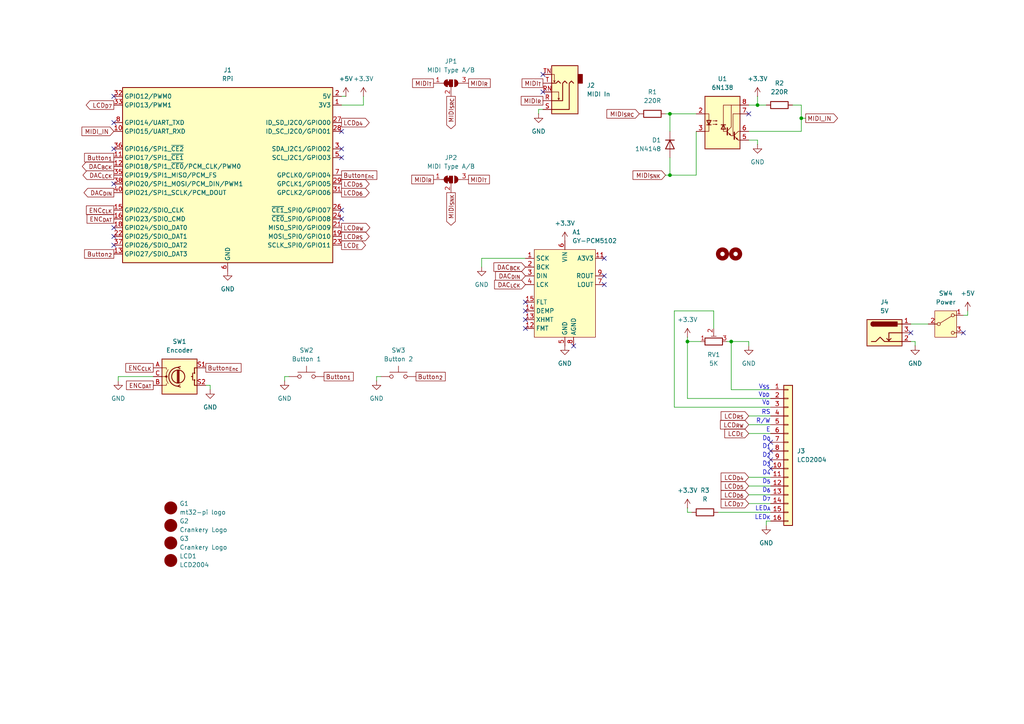
<source format=kicad_sch>
(kicad_sch (version 20250114) (generator "eeschema") (generator_version "9.0")
  (paper "A4")
  (lib_symbols
    (symbol "0:CrankeryLogo"
      (property "Reference" "G" (at 0 5.08 0))
      (property "Value" "Crankery Logo" (at 0 3.81 0))
      (symbol "CrankeryLogo_1_1"
        (circle (center 0 0) (radius 1.7961) (fill (type outline)))
      )
    )
    (symbol "0:GY-PCM5102"
      (property "Reference" "A" (at 8.89 5.08 0))
      (property "Value" "GY-PCM5102" (at 8.89 2.54 0))
      (symbol "GY-PCM5102_1_1"
        (rectangle (start -8.89 0) (end 8.89 -25.4) (fill (type background)))
        (pin input line (at -11.43 -2.54 0) (length 2.54) (name "SCK") (number "1"))
        (pin input line (at -11.43 -5.08 0) (length 2.54) (name "BCK") (number "2"))
        (pin input line (at -11.43 -7.62 0) (length 2.54) (name "DIN") (number "3"))
        (pin input line (at -11.43 -10.16 0) (length 2.54) (name "LCK") (number "4"))
        (pin input line (at -11.43 -15.24 0) (length 2.54) (name "FLT") (number "15"))
        (pin input line (at -11.43 -17.78 0) (length 2.54) (name "DEMP") (number "14"))
        (pin input line (at -11.43 -20.32 0) (length 2.54) (name "XHMT") (number "13"))
        (pin input line (at -11.43 -22.86 0) (length 2.54) (name "FMT") (number "12"))
        (pin power_in line (at 0 2.54 270) (length 2.54) (name "VIN") (number "6"))
        (pin power_in line (at 0 -27.94 90) (length 2.54) (name "GND") (number "5"))
        (pin power_out line (at 2.54 -27.94 90) (length 2.54) (hide yes) (name "AGND") (number "10"))
        (pin power_out line (at 2.54 -27.94 90) (length 2.54) (name "AGND") (number "8"))
        (pin power_out line (at 11.43 -2.54 180) (length 2.54) (name "A3V3") (number "11"))
        (pin output line (at 11.43 -7.62 180) (length 2.54) (name "ROUT") (number "9"))
        (pin output line (at 11.43 -10.16 180) (length 2.54) (name "LOUT") (number "7"))
      )
    )
    (symbol "0:LCD2004"
      (property "Reference" "LCD" (at 0 6.35 0))
      (property "Value" "LCD2004" (at 0 3.81 0))
      (symbol "LCD2004_1_1"
        (circle (center 0 0) (radius 1.7961) (fill (type outline)))
      )
    )
    (symbol "0:MT32-pi_Logo"
      (property "Reference" "G" (at 0 5.08 0))
      (property "Value" "mt32-pi logo" (at 0 3.81 0))
      (symbol "MT32-pi_Logo_1_1"
        (circle (center 0 0) (radius 1.7961) (fill (type outline)))
      )
    )
    (symbol "Connector:Barrel_Jack_Switch" (pin_names (hide yes))
      (property "Reference" "J" (at 0 5.334 0))
      (property "Value" "Barrel_Jack_Switch" (at 0 -5.08 0))
      (symbol "Barrel_Jack_Switch_0_1"
        (rectangle (start -5.08 3.81) (end 5.08 -3.81) (stroke (width 0.254)) (fill (type background)))
        (polyline (pts (xy -3.81 -2.54) (xy -2.54 -2.54) (xy -1.27 -1.27) (xy 0 -2.54) (xy 2.54 -2.54) (xy 5.08 -2.54)) (stroke (width 0.254)))
        (arc (start -3.302 1.905) (mid -3.9343 2.54) (end -3.302 3.175) (stroke (width 0.254)))
        (arc (start -3.302 1.905) (mid -3.9343 2.54) (end -3.302 3.175) (stroke (width 0.254)) (fill (type outline)))
        (polyline (pts (xy 1.27 -2.286) (xy 1.905 -1.651)) (stroke (width 0.254)))
        (rectangle (start 3.683 3.175) (end -3.302 1.905) (stroke (width 0.254)) (fill (type outline)))
        (polyline (pts (xy 5.08 2.54) (xy 3.81 2.54)) (stroke (width 0.254)))
        (polyline (pts (xy 5.08 0) (xy 1.27 0) (xy 1.27 -2.286) (xy 0.635 -1.651)) (stroke (width 0.254)))
      )
      (symbol "Barrel_Jack_Switch_1_1"
        (pin passive line (at 7.62 2.54 180) (length 2.54) (name "~") (number "1"))
        (pin passive line (at 7.62 0 180) (length 2.54) (name "~") (number "3"))
        (pin passive line (at 7.62 -2.54 180) (length 2.54) (name "~") (number "2"))
      )
    )
    (symbol "Connector:Raspberry_Pi_4"
      (property "Reference" "J" (at -17.526 48.768 0))
      (property "Value" "Raspberry_Pi_4" (at 15.748 -26.416 0))
      (symbol "Raspberry_Pi_4_0_1"
        (rectangle (start -30.48 25.4) (end 30.48 -25.4) (stroke (width 0.254)) (fill (type background)))
      )
      (symbol "Raspberry_Pi_4_1_1"
        (pin bidirectional line (at -33.02 22.86 0) (length 2.54) (name "GPIO12/PWM0") (number "32"))
        (pin bidirectional line (at -33.02 20.32 0) (length 2.54) (name "GPIO13/PWM1") (number "33"))
        (pin bidirectional line (at -33.02 15.24 0) (length 2.54) (name "GPIO14/UART_TXD") (number "8"))
        (pin bidirectional line (at -33.02 12.7 0) (length 2.54) (name "GPIO15/UART_RXD") (number "10"))
        (pin bidirectional line (at -33.02 7.62 0) (length 2.54) (name "GPIO16/SPI1_~{CE2}") (number "36"))
        (pin bidirectional line (at -33.02 5.08 0) (length 2.54) (name "GPIO17/SPI1_~{CE1}") (number "11"))
        (pin bidirectional line (at -33.02 2.54 0) (length 2.54) (name "GPIO18/SPI1_~{CE0}/PCM_CLK/PWM0") (number "12"))
        (pin bidirectional line (at -33.02 0 0) (length 2.54) (name "GPIO19/SPI1_MISO/PCM_FS") (number "35"))
        (pin bidirectional line (at -33.02 -2.54 0) (length 2.54) (name "GPIO20/SPI1_MOSI/PCM_DIN/PWM1") (number "38"))
        (pin bidirectional line (at -33.02 -5.08 0) (length 2.54) (name "GPIO21/SPI1_SCLK/PCM_DOUT") (number "40"))
        (pin bidirectional line (at -33.02 -10.16 0) (length 2.54) (name "GPIO22/SDIO_CLK") (number "15"))
        (pin bidirectional line (at -33.02 -12.7 0) (length 2.54) (name "GPIO23/SDIO_CMD") (number "16"))
        (pin bidirectional line (at -33.02 -15.24 0) (length 2.54) (name "GPIO24/SDIO_DAT0") (number "18"))
        (pin bidirectional line (at -33.02 -17.78 0) (length 2.54) (name "GPIO25/SDIO_DAT1") (number "22"))
        (pin bidirectional line (at -33.02 -20.32 0) (length 2.54) (name "GPIO26/SDIO_DAT2") (number "37"))
        (pin bidirectional line (at -33.02 -22.86 0) (length 2.54) (name "GPIO27/SDIO_DAT3") (number "13"))
        (pin passive line (at 0 -27.94 90) (length 2.54) (hide yes) (name "GND") (number "14"))
        (pin passive line (at 0 -27.94 90) (length 2.54) (hide yes) (name "GND") (number "20"))
        (pin passive line (at 0 -27.94 90) (length 2.54) (hide yes) (name "GND") (number "25"))
        (pin passive line (at 0 -27.94 90) (length 2.54) (hide yes) (name "GND") (number "30"))
        (pin passive line (at 0 -27.94 90) (length 2.54) (hide yes) (name "GND") (number "34"))
        (pin passive line (at 0 -27.94 90) (length 2.54) (hide yes) (name "GND") (number "39"))
        (pin power_out line (at 0 -27.94 90) (length 2.54) (name "GND") (number "6"))
        (pin passive line (at 0 -27.94 90) (length 2.54) (hide yes) (name "GND") (number "9"))
        (pin power_out line (at 33.02 22.86 180) (length 2.54) (name "5V") (number "2"))
        (pin passive line (at 33.02 22.86 180) (length 2.54) (hide yes) (name "5V") (number "4"))
        (pin power_out line (at 33.02 20.32 180) (length 2.54) (name "3V3") (number "1"))
        (pin passive line (at 33.02 20.32 180) (length 2.54) (hide yes) (name "3V3") (number "17"))
        (pin bidirectional line (at 33.02 15.24 180) (length 2.54) (name "ID_SD_I2C0/GPIO00") (number "27"))
        (pin bidirectional line (at 33.02 12.7 180) (length 2.54) (name "ID_SC_I2C0/GPIO01") (number "28"))
        (pin bidirectional line (at 33.02 7.62 180) (length 2.54) (name "SDA_I2C1/GPIO02") (number "3"))
        (pin bidirectional line (at 33.02 5.08 180) (length 2.54) (name "SCL_I2C1/GPIO03") (number "5"))
        (pin bidirectional line (at 33.02 0 180) (length 2.54) (name "GPCLK0/GPIO04") (number "7"))
        (pin bidirectional line (at 33.02 -2.54 180) (length 2.54) (name "GPCLK1/GPIO05") (number "29"))
        (pin bidirectional line (at 33.02 -5.08 180) (length 2.54) (name "GPCLK2/GPIO06") (number "31"))
        (pin bidirectional line (at 33.02 -10.16 180) (length 2.54) (name "~{CE1}_SPI0/GPIO07") (number "26"))
        (pin bidirectional line (at 33.02 -12.7 180) (length 2.54) (name "~{CE0}_SPI0/GPIO08") (number "24"))
        (pin bidirectional line (at 33.02 -15.24 180) (length 2.54) (name "MISO_SPI0/GPIO09") (number "21"))
        (pin bidirectional line (at 33.02 -17.78 180) (length 2.54) (name "MOSI_SPI0/GPIO10") (number "19"))
        (pin bidirectional line (at 33.02 -20.32 180) (length 2.54) (name "SCLK_SPI0/GPIO11") (number "23"))
      )
    )
    (symbol "Connector_Audio:AudioJack3_SwitchTR"
      (property "Reference" "J" (at 0 8.89 0))
      (property "Value" "AudioJack3_SwitchTR" (at 0 6.35 0))
      (symbol "AudioJack3_SwitchTR_0_1"
        (rectangle (start -5.08 -5.08) (end -6.35 -7.62) (stroke (width 0.254)) (fill (type outline)))
        (polyline (pts (xy -1.905 -5.08) (xy -1.27 -5.715) (xy -0.635 -5.08) (xy -0.635 0) (xy 2.54 0)) (stroke (width 0.254)))
        (polyline (pts (xy 0 -5.08) (xy 0.635 -5.715) (xy 1.27 -5.08) (xy 2.54 -5.08)) (stroke (width 0.254)))
        (polyline (pts (xy 0.508 -0.254) (xy 0.762 -0.762)))
        (polyline (pts (xy 1.778 -5.334) (xy 2.032 -5.842)))
        (rectangle (start 2.54 3.81) (end -5.08 -10.16) (stroke (width 0.254)) (fill (type background)))
        (polyline (pts (xy 2.54 2.54) (xy -2.54 2.54) (xy -2.54 -5.08) (xy -3.175 -5.715) (xy -3.81 -5.08)) (stroke (width 0.254)))
        (polyline (pts (xy 2.54 -2.54) (xy 0.508 -2.54) (xy 0.508 -0.254) (xy 0.254 -0.762)))
        (polyline (pts (xy 2.54 -7.62) (xy 1.778 -7.62) (xy 1.778 -5.334) (xy 1.524 -5.842)))
      )
      (symbol "AudioJack3_SwitchTR_1_1"
        (pin passive line (at 5.08 2.54 180) (length 2.54) (name "~") (number "S"))
        (pin passive line (at 5.08 0 180) (length 2.54) (name "~") (number "R"))
        (pin passive line (at 5.08 -2.54 180) (length 2.54) (name "~") (number "RN"))
        (pin passive line (at 5.08 -5.08 180) (length 2.54) (name "~") (number "T"))
        (pin passive line (at 5.08 -7.62 180) (length 2.54) (name "~") (number "TN"))
      )
    )
    (symbol "Connector_Generic:Conn_01x16" (pin_names (offset 1.016) (hide yes))
      (property "Reference" "J" (at 0 20.32 0))
      (property "Value" "Conn_01x16" (at 0 -22.86 0))
      (symbol "Conn_01x16_1_1"
        (rectangle (start -1.27 19.05) (end 1.27 -21.59) (stroke (width 0.254)) (fill (type background)))
        (rectangle (start -1.27 17.907) (end 0 17.653) (stroke (width 0.1524)))
        (rectangle (start -1.27 15.367) (end 0 15.113) (stroke (width 0.1524)))
        (rectangle (start -1.27 12.827) (end 0 12.573) (stroke (width 0.1524)))
        (rectangle (start -1.27 10.287) (end 0 10.033) (stroke (width 0.1524)))
        (rectangle (start -1.27 7.747) (end 0 7.493) (stroke (width 0.1524)))
        (rectangle (start -1.27 5.207) (end 0 4.953) (stroke (width 0.1524)))
        (rectangle (start -1.27 2.667) (end 0 2.413) (stroke (width 0.1524)))
        (rectangle (start -1.27 0.127) (end 0 -0.127) (stroke (width 0.1524)))
        (rectangle (start -1.27 -2.413) (end 0 -2.667) (stroke (width 0.1524)))
        (rectangle (start -1.27 -4.953) (end 0 -5.207) (stroke (width 0.1524)))
        (rectangle (start -1.27 -7.493) (end 0 -7.747) (stroke (width 0.1524)))
        (rectangle (start -1.27 -10.033) (end 0 -10.287) (stroke (width 0.1524)))
        (rectangle (start -1.27 -12.573) (end 0 -12.827) (stroke (width 0.1524)))
        (rectangle (start -1.27 -15.113) (end 0 -15.367) (stroke (width 0.1524)))
        (rectangle (start -1.27 -17.653) (end 0 -17.907) (stroke (width 0.1524)))
        (rectangle (start -1.27 -20.193) (end 0 -20.447) (stroke (width 0.1524)))
        (pin passive line (at -5.08 17.78 0) (length 3.81) (name "Pin_1") (number "1"))
        (pin passive line (at -5.08 15.24 0) (length 3.81) (name "Pin_2") (number "2"))
        (pin passive line (at -5.08 12.7 0) (length 3.81) (name "Pin_3") (number "3"))
        (pin passive line (at -5.08 10.16 0) (length 3.81) (name "Pin_4") (number "4"))
        (pin passive line (at -5.08 7.62 0) (length 3.81) (name "Pin_5") (number "5"))
        (pin passive line (at -5.08 5.08 0) (length 3.81) (name "Pin_6") (number "6"))
        (pin passive line (at -5.08 2.54 0) (length 3.81) (name "Pin_7") (number "7"))
        (pin passive line (at -5.08 0 0) (length 3.81) (name "Pin_8") (number "8"))
        (pin passive line (at -5.08 -2.54 0) (length 3.81) (name "Pin_9") (number "9"))
        (pin passive line (at -5.08 -5.08 0) (length 3.81) (name "Pin_10") (number "10"))
        (pin passive line (at -5.08 -7.62 0) (length 3.81) (name "Pin_11") (number "11"))
        (pin passive line (at -5.08 -10.16 0) (length 3.81) (name "Pin_12") (number "12"))
        (pin passive line (at -5.08 -12.7 0) (length 3.81) (name "Pin_13") (number "13"))
        (pin passive line (at -5.08 -15.24 0) (length 3.81) (name "Pin_14") (number "14"))
        (pin passive line (at -5.08 -17.78 0) (length 3.81) (name "Pin_15") (number "15"))
        (pin passive line (at -5.08 -20.32 0) (length 3.81) (name "Pin_16") (number "16"))
      )
    )
    (symbol "Device:R" (pin_numbers (hide yes)) (pin_names (offset 0))
      (property "Reference" "R" (at 2.032 0 90))
      (property "Value" "R" (at 0 0 90))
      (symbol "R_0_1"
        (rectangle (start -1.016 -2.54) (end 1.016 2.54) (stroke (width 0.254)))
      )
      (symbol "R_1_1"
        (pin passive line (at 0 3.81 270) (length 1.27) (name "~") (number "1"))
        (pin passive line (at 0 -3.81 90) (length 1.27) (name "~") (number "2"))
      )
    )
    (symbol "Device:R_Potentiometer_Trim" (pin_names (offset 1.016) (hide yes))
      (property "Reference" "RV" (at -4.445 0 90))
      (property "Value" "R_Potentiometer_Trim" (at -2.54 0 90))
      (symbol "R_Potentiometer_Trim_0_1"
        (rectangle (start 1.016 2.54) (end -1.016 -2.54) (stroke (width 0.254)))
        (polyline (pts (xy 1.524 0.762) (xy 1.524 -0.762)))
        (polyline (pts (xy 2.54 0) (xy 1.524 0)))
      )
      (symbol "R_Potentiometer_Trim_1_1"
        (pin passive line (at 0 3.81 270) (length 1.27) (name "1") (number "1"))
        (pin passive line (at 0 -3.81 90) (length 1.27) (name "3") (number "3"))
        (pin passive line (at 3.81 0 180) (length 1.27) (name "2") (number "2"))
      )
    )
    (symbol "Device:RotaryEncoder_Switch" (pin_names (offset 0.254) (hide yes))
      (property "Reference" "SW" (at 0 6.604 0))
      (property "Value" "RotaryEncoder_Switch" (at 0 -6.604 0))
      (symbol "RotaryEncoder_Switch_0_1"
        (rectangle (start -5.08 5.08) (end 5.08 -5.08) (stroke (width 0.254)) (fill (type background)))
        (polyline (pts (xy -5.08 2.54) (xy -3.81 2.54) (xy -3.81 2.032)))
        (polyline (pts (xy -5.08 0) (xy -3.81 0) (xy -3.81 -1.016) (xy -3.302 -2.032)))
        (polyline (pts (xy -5.08 -2.54) (xy -3.81 -2.54) (xy -3.81 -2.032)))
        (polyline (pts (xy -4.318 0) (xy -3.81 0) (xy -3.81 1.016) (xy -3.302 2.032)))
        (circle (center -3.81 0) (radius 0.254) (fill (type outline)))
        (polyline (pts (xy -0.635 -1.778) (xy -0.635 1.778)) (stroke (width 0.254)))
        (circle (center -0.381 0) (radius 1.905) (stroke (width 0.254)))
        (polyline (pts (xy -0.381 -1.778) (xy -0.381 1.778)) (stroke (width 0.254)))
        (arc (start -0.381 -2.794) (mid -3.0988 -0.0635) (end -0.381 2.667) (stroke (width 0.254)))
        (polyline (pts (xy -0.127 1.778) (xy -0.127 -1.778)) (stroke (width 0.254)))
        (polyline (pts (xy 0.254 2.921) (xy -0.508 2.667) (xy 0.127 2.286)) (stroke (width 0.254)))
        (polyline (pts (xy 0.254 -3.048) (xy -0.508 -2.794) (xy 0.127 -2.413)) (stroke (width 0.254)))
        (polyline (pts (xy 3.81 1.016) (xy 3.81 -1.016)) (stroke (width 0.254)))
        (polyline (pts (xy 3.81 0) (xy 3.429 0)) (stroke (width 0.254)))
        (circle (center 4.318 1.016) (radius 0.127) (stroke (width 0.254)))
        (circle (center 4.318 -1.016) (radius 0.127) (stroke (width 0.254)))
        (polyline (pts (xy 5.08 2.54) (xy 4.318 2.54) (xy 4.318 1.016)) (stroke (width 0.254)))
        (polyline (pts (xy 5.08 -2.54) (xy 4.318 -2.54) (xy 4.318 -1.016)) (stroke (width 0.254)))
      )
      (symbol "RotaryEncoder_Switch_1_1"
        (pin passive line (at -7.62 2.54 0) (length 2.54) (name "A") (number "A"))
        (pin passive line (at -7.62 0 0) (length 2.54) (name "C") (number "C"))
        (pin passive line (at -7.62 -2.54 0) (length 2.54) (name "B") (number "B"))
        (pin passive line (at 7.62 2.54 180) (length 2.54) (name "S1") (number "S1"))
        (pin passive line (at 7.62 -2.54 180) (length 2.54) (name "S2") (number "S2"))
      )
    )
    (symbol "Diode:1N4148" (pin_numbers (hide yes)) (pin_names (hide yes))
      (property "Reference" "D" (at 0 2.54 0))
      (property "Value" "1N4148" (at 0 -2.54 0))
      (symbol "1N4148_0_1"
        (polyline (pts (xy -1.27 1.27) (xy -1.27 -1.27)) (stroke (width 0.254)))
        (polyline (pts (xy 1.27 1.27) (xy 1.27 -1.27) (xy -1.27 0) (xy 1.27 1.27)) (stroke (width 0.254)))
        (polyline (pts (xy 1.27 0) (xy -1.27 0)))
      )
      (symbol "1N4148_1_1"
        (pin passive line (at -3.81 0 0) (length 2.54) (name "K") (number "1"))
        (pin passive line (at 3.81 0 180) (length 2.54) (name "A") (number "2"))
      )
    )
    (symbol "Isolator:6N138" (pin_names (offset 1.016) (hide yes))
      (property "Reference" "U" (at -4.064 8.89 0))
      (property "Value" "6N138" (at 2.286 8.89 0))
      (symbol "6N138_0_1"
        (rectangle (start -5.08 7.62) (end 5.08 -7.62) (stroke (width 0.254)) (fill (type background)))
        (polyline (pts (xy -5.08 -2.54) (xy -3.937 -2.54) (xy -3.937 2.54) (xy -5.08 2.54)))
        (polyline (pts (xy -4.572 -0.635) (xy -3.302 -0.635)) (stroke (width 0.254)))
        (polyline (pts (xy -3.937 -0.635) (xy -4.572 0.635) (xy -3.302 0.635) (xy -3.937 -0.635)) (stroke (width 0.254)))
        (polyline (pts (xy -2.794 0.508) (xy -1.524 0.508) (xy -1.905 0.381) (xy -1.905 0.635) (xy -1.524 0.508)))
        (polyline (pts (xy -2.794 -0.508) (xy -1.524 -0.508) (xy -1.905 -0.635) (xy -1.905 -0.381) (xy -1.524 -0.508)))
        (polyline (pts (xy 0.254 -0.635) (xy 0.889 -1.905) (xy -0.381 -1.905) (xy 0.254 -0.635)) (stroke (width 0.254)))
        (polyline (pts (xy 0.889 -0.635) (xy -0.381 -0.635)) (stroke (width 0.254)))
        (polyline (pts (xy 1.27 -2.54) (xy 0.254 -2.54) (xy 0.254 5.08) (xy 2.54 5.08)))
        (polyline (pts (xy 1.397 -1.524) (xy 1.397 -3.556)) (stroke (width 0.3556)))
        (polyline (pts (xy 1.397 -2.413) (xy 2.54 -1.27)))
        (polyline (pts (xy 1.397 -2.667) (xy 2.54 -3.81)))
        (polyline (pts (xy 2.413 -3.683) (xy 2.159 -3.175) (xy 1.905 -3.429) (xy 2.413 -3.683)))
        (polyline (pts (xy 2.54 -1.27) (xy 2.54 5.08) (xy 5.08 5.08)))
        (polyline (pts (xy 2.54 -3.81) (xy 3.175 -3.81)))
        (polyline (pts (xy 3.429 -2.794) (xy 3.429 -4.826)) (stroke (width 0.3556)))
        (polyline (pts (xy 3.429 -3.683) (xy 4.572 -2.54)))
        (polyline (pts (xy 3.429 -3.937) (xy 4.572 -5.08)))
        (polyline (pts (xy 4.445 -4.953) (xy 4.191 -4.445) (xy 3.937 -4.699) (xy 4.445 -4.953)))
        (polyline (pts (xy 4.572 -2.54) (xy 5.08 -2.54)))
        (polyline (pts (xy 4.572 -5.08) (xy 5.08 -5.08)))
        (polyline (pts (xy 5.08 2.54) (xy 3.048 2.54) (xy 3.048 -3.81)))
      )
      (symbol "6N138_1_1"
        (pin passive line (at -7.62 2.54 0) (length 2.54) (name "C1") (number "2"))
        (pin passive line (at -7.62 -2.54 0) (length 2.54) (name "C2") (number "3"))
        (pin no_connect line (at -5.08 5.08 0) (length 2.54) (hide yes) (name "NC") (number "1"))
        (pin no_connect line (at -5.08 -5.08 0) (length 2.54) (hide yes) (name "NC") (number "4"))
        (pin passive line (at 7.62 5.08 180) (length 2.54) (name "VCC") (number "8"))
        (pin passive line (at 7.62 2.54 180) (length 2.54) (name "VO1") (number "7"))
        (pin passive line (at 7.62 -2.54 180) (length 2.54) (name "VO2") (number "6"))
        (pin passive line (at 7.62 -5.08 180) (length 2.54) (name "GND") (number "5"))
      )
    )
    (symbol "Jumper:SolderJumper_3_Bridged12" (pin_names (offset 0) (hide yes)) (in_bom no)
      (property "Reference" "JP" (at -2.54 -2.54 0))
      (property "Value" "SolderJumper_3_Bridged12" (at 0 2.794 0))
      (symbol "SolderJumper_3_Bridged12_0_1"
        (polyline (pts (xy -2.54 0) (xy -2.032 0)))
        (polyline (pts (xy -1.016 1.016) (xy -1.016 -1.016)))
        (rectangle (start -1.016 0.508) (end -0.508 -0.508) (fill (type outline)))
        (arc (start -1.016 -1.016) (mid -2.0276 0) (end -1.016 1.016))
        (arc (start -1.016 -1.016) (mid -2.0276 0) (end -1.016 1.016) (fill (type outline)))
        (rectangle (start -0.508 1.016) (end 0.508 -1.016) (fill (type outline)))
        (polyline (pts (xy 0 -1.27) (xy 0 -1.016)))
        (arc (start 1.016 1.016) (mid 2.0276 0) (end 1.016 -1.016))
        (arc (start 1.016 1.016) (mid 2.0276 0) (end 1.016 -1.016) (fill (type outline)))
        (polyline (pts (xy 1.016 1.016) (xy 1.016 -1.016)))
        (polyline (pts (xy 2.54 0) (xy 2.032 0)))
      )
      (symbol "SolderJumper_3_Bridged12_1_1"
        (pin passive line (at -5.08 0 0) (length 2.54) (name "A") (number "1"))
        (pin passive line (at 0 -3.81 90) (length 2.54) (name "C") (number "2"))
        (pin passive line (at 5.08 0 180) (length 2.54) (name "B") (number "3"))
      )
    )
    (symbol "Mechanical:MountingHole" (pin_names (offset 1.016)) (in_bom no)
      (property "Reference" "H" (at 0 5.08 0))
      (property "Value" "MountingHole" (at 0 3.175 0))
      (symbol "MountingHole_0_1"
        (circle (center 0 0) (radius 1.27) (stroke (width 1.27)))
      )
    )
    (symbol "Switch:SW_Push" (pin_numbers (hide yes)) (pin_names (offset 1.016) (hide yes))
      (property "Reference" "SW" (at 1.27 2.54 0))
      (property "Value" "SW_Push" (at 0 -1.524 0))
      (symbol "SW_Push_0_1"
        (circle (center -2.032 0) (radius 0.508))
        (polyline (pts (xy 0 1.27) (xy 0 3.048)))
        (circle (center 2.032 0) (radius 0.508))
        (polyline (pts (xy 2.54 1.27) (xy -2.54 1.27)))
        (pin passive line (at -5.08 0 0) (length 2.54) (name "1") (number "1"))
        (pin passive line (at 5.08 0 180) (length 2.54) (name "2") (number "2"))
      )
    )
    (symbol "Switch:SW_SPDT" (pin_names (offset 0) (hide yes))
      (property "Reference" "SW" (at 0 5.08 0))
      (property "Value" "SW_SPDT" (at 0 -5.08 0))
      (symbol "SW_SPDT_0_1"
        (circle (center -2.032 0) (radius 0.4572))
        (polyline (pts (xy -1.651 0.254) (xy 1.651 2.286)))
        (circle (center 2.032 2.54) (radius 0.4572))
        (circle (center 2.032 -2.54) (radius 0.4572))
      )
      (symbol "SW_SPDT_1_1"
        (rectangle (start -3.175 3.81) (end 3.175 -3.81) (fill (type background)))
        (pin passive line (at -5.08 0 0) (length 2.54) (name "B") (number "2"))
        (pin passive line (at 5.08 2.54 180) (length 2.54) (name "A") (number "1"))
        (pin passive line (at 5.08 -2.54 180) (length 2.54) (name "C") (number "3"))
      )
    )
    (symbol "power:+3.3V" (power) (pin_numbers (hide yes)) (pin_names (offset 0) (hide yes))
      (property "Value" "+3.3V" (at 0 3.556 0))
      (symbol "+3.3V_0_1"
        (polyline (pts (xy -0.762 1.27) (xy 0 2.54)))
        (polyline (pts (xy 0 2.54) (xy 0.762 1.27)))
        (polyline (pts (xy 0 0) (xy 0 2.54)))
      )
      (symbol "+3.3V_1_1"
        (pin power_in line (at 0 0 90) (length 0) (name "~") (number "1"))
      )
    )
    (symbol "power:+5V" (power) (pin_numbers (hide yes)) (pin_names (offset 0) (hide yes))
      (property "Value" "+5V" (at 0 3.556 0))
      (symbol "+5V_0_1"
        (polyline (pts (xy -0.762 1.27) (xy 0 2.54)))
        (polyline (pts (xy 0 2.54) (xy 0.762 1.27)))
        (polyline (pts (xy 0 0) (xy 0 2.54)))
      )
      (symbol "+5V_1_1"
        (pin power_in line (at 0 0 90) (length 0) (name "~") (number "1"))
      )
    )
    (symbol "power:GND" (power) (pin_numbers (hide yes)) (pin_names (offset 0) (hide yes))
      (property "Value" "GND" (at 0 -3.81 0))
      (symbol "GND_0_1"
        (polyline (pts (xy 0 0) (xy 0 -1.27) (xy 1.27 -1.27) (xy 0 -2.54) (xy -1.27 -1.27) (xy 0 -1.27)))
      )
      (symbol "GND_1_1"
        (pin power_in line (at 0 0 270) (length 0) (name "~") (number "1"))
      )
    )
  )
  (text "D_{7}" (at 223.52 144.78 0) (effects (font (size 1.27 1.27)) (justify right)))
  (text "LED_{A}" (at 223.52 147.574 0) (effects (font (size 1.27 1.27)) (justify right)))
  (text "D_{6}" (at 223.52 142.24 0) (effects (font (size 1.27 1.27)) (justify right)))
  (text "E" (at 223.52 124.714 0) (effects (font (size 1.27 1.27)) (justify right)))
  (text "D_{1}" (at 223.52 129.54 0) (effects (font (size 1.27 1.27)) (justify right)))
  (text "R/W" (at 223.52 122.174 0) (effects (font (size 1.27 1.27)) (justify right)))
  (text "RS" (at 223.52 119.634 0) (effects (font (size 1.27 1.27)) (justify right)))
  (text "LED_{K}" (at 223.52 150.114 0) (effects (font (size 1.27 1.27)) (justify right)))
  (text "V_{SS}" (at 223.266 112.268 0) (effects (font (size 1.27 1.27)) (justify right)))
  (text "V_{0}" (at 223.266 116.84 0) (effects (font (size 1.27 1.27)) (justify right)))
  (text "D_{3}" (at 223.52 134.62 0) (effects (font (size 1.27 1.27)) (justify right)))
  (text "D_{2}" (at 223.52 132.08 0) (effects (font (size 1.27 1.27)) (justify right)))
  (text "D_{4}" (at 223.52 137.16 0) (effects (font (size 1.27 1.27)) (justify right)))
  (text "D_{5}" (at 223.52 139.7 0) (effects (font (size 1.27 1.27)) (justify right)))
  (text "D_{0}" (at 223.52 127.254 0) (effects (font (size 1.27 1.27)) (justify right)))
  (text "V_{DD}" (at 223.266 114.554 0) (effects (font (size 1.27 1.27)) (justify right)))
  (junction (at 232.41 34.29))
  (junction (at 199.39 99.06))
  (junction (at 212.09 99.06))
  (junction (at 194.31 50.8))
  (junction (at 194.31 33.02))
  (junction (at 219.71 30.48))
  (no_connect (at 33.02 35.56))
  (no_connect (at 99.06 45.72))
  (no_connect (at 175.26 82.55))
  (no_connect (at 175.26 80.01))
  (no_connect (at 152.4 95.25))
  (no_connect (at 99.06 43.18))
  (no_connect (at 33.02 43.18))
  (no_connect (at 223.52 133.35))
  (no_connect (at 33.02 71.12))
  (no_connect (at 217.17 33.02))
  (no_connect (at 99.06 38.1))
  (no_connect (at 152.4 90.17))
  (no_connect (at 33.02 53.34))
  (no_connect (at 152.4 87.63))
  (no_connect (at 157.48 26.67))
  (no_connect (at 223.52 128.27))
  (no_connect (at 223.52 130.81))
  (no_connect (at 33.02 66.04))
  (no_connect (at 279.4 96.52))
  (no_connect (at 99.06 63.5))
  (no_connect (at 166.37 100.33))
  (no_connect (at 99.06 60.96))
  (no_connect (at 175.26 74.93))
  (no_connect (at 223.52 135.89))
  (no_connect (at 33.02 27.94))
  (no_connect (at 152.4 92.71))
  (no_connect (at 33.02 68.58))
  (no_connect (at 264.16 96.52))
  (no_connect (at 157.48 21.59))
  (wire (pts (xy 217.17 125.73) (xy 223.52 125.73)))
  (wire (pts (xy 109.22 109.22) (xy 109.22 110.49)))
  (wire (pts (xy 193.04 33.02) (xy 194.31 33.02)))
  (wire (pts (xy 217.17 100.33) (xy 217.17 99.06)))
  (wire (pts (xy 207.01 90.17) (xy 195.58 90.17)))
  (wire (pts (xy 194.31 38.1) (xy 194.31 33.02)))
  (wire (pts (xy 217.17 38.1) (xy 232.41 38.1)))
  (wire (pts (xy 199.39 97.79) (xy 199.39 99.06)))
  (wire (pts (xy 193.04 50.8) (xy 194.31 50.8)))
  (wire (pts (xy 217.17 120.65) (xy 223.52 120.65)))
  (wire (pts (xy 219.71 40.64) (xy 217.17 40.64)))
  (wire (pts (xy 264.16 93.98) (xy 269.24 93.98)))
  (wire (pts (xy 105.41 27.94) (xy 105.41 30.48)))
  (wire (pts (xy 219.71 41.91) (xy 219.71 40.64)))
  (wire (pts (xy 199.39 147.32) (xy 199.39 148.59)))
  (wire (pts (xy 156.21 31.75) (xy 156.21 33.02)))
  (wire (pts (xy 210.82 99.06) (xy 212.09 99.06)))
  (wire (pts (xy 208.28 148.59) (xy 223.52 148.59)))
  (wire (pts (xy 34.29 109.22) (xy 34.29 110.49)))
  (wire (pts (xy 217.17 123.19) (xy 223.52 123.19)))
  (wire (pts (xy 152.4 74.93) (xy 139.7 74.93)))
  (wire (pts (xy 217.17 143.51) (xy 223.52 143.51)))
  (wire (pts (xy 212.09 113.03) (xy 223.52 113.03)))
  (wire (pts (xy 60.96 111.76) (xy 60.96 113.03)))
  (wire (pts (xy 207.01 95.25) (xy 207.01 90.17)))
  (wire (pts (xy 157.48 31.75) (xy 156.21 31.75)))
  (wire (pts (xy 201.93 33.02) (xy 194.31 33.02)))
  (wire (pts (xy 44.45 109.22) (xy 34.29 109.22)))
  (wire (pts (xy 223.52 151.13) (xy 222.25 151.13)))
  (wire (pts (xy 199.39 99.06) (xy 199.39 115.57)))
  (wire (pts (xy 59.69 111.76) (xy 60.96 111.76)))
  (wire (pts (xy 201.93 38.1) (xy 201.93 50.8)))
  (wire (pts (xy 199.39 99.06) (xy 203.2 99.06)))
  (wire (pts (xy 217.17 138.43) (xy 223.52 138.43)))
  (wire (pts (xy 212.09 99.06) (xy 212.09 113.03)))
  (wire (pts (xy 222.25 151.13) (xy 222.25 152.4)))
  (wire (pts (xy 82.55 109.22) (xy 82.55 110.49)))
  (wire (pts (xy 83.82 109.22) (xy 82.55 109.22)))
  (wire (pts (xy 217.17 99.06) (xy 212.09 99.06)))
  (wire (pts (xy 265.43 99.06) (xy 264.16 99.06)))
  (wire (pts (xy 105.41 30.48) (xy 99.06 30.48)))
  (wire (pts (xy 217.17 146.05) (xy 223.52 146.05)))
  (wire (pts (xy 201.93 50.8) (xy 194.31 50.8)))
  (wire (pts (xy 194.31 45.72) (xy 194.31 50.8)))
  (wire (pts (xy 232.41 30.48) (xy 229.87 30.48)))
  (wire (pts (xy 199.39 148.59) (xy 200.66 148.59)))
  (wire (pts (xy 280.67 91.44) (xy 279.4 91.44)))
  (wire (pts (xy 139.7 74.93) (xy 139.7 77.47)))
  (wire (pts (xy 99.06 27.94) (xy 100.33 27.94)))
  (wire (pts (xy 265.43 99.06) (xy 265.43 100.33)))
  (wire (pts (xy 217.17 140.97) (xy 223.52 140.97)))
  (wire (pts (xy 219.71 27.94) (xy 219.71 30.48)))
  (wire (pts (xy 232.41 34.29) (xy 232.41 38.1)))
  (wire (pts (xy 199.39 115.57) (xy 223.52 115.57)))
  (wire (pts (xy 222.25 30.48) (xy 219.71 30.48)))
  (wire (pts (xy 219.71 30.48) (xy 217.17 30.48)))
  (wire (pts (xy 232.41 30.48) (xy 232.41 34.29)))
  (wire (pts (xy 232.41 34.29) (xy 233.68 34.29)))
  (wire (pts (xy 195.58 118.11) (xy 223.52 118.11)))
  (wire (pts (xy 280.67 90.17) (xy 280.67 91.44)))
  (wire (pts (xy 195.58 90.17) (xy 195.58 118.11)))
  (wire (pts (xy 110.49 109.22) (xy 109.22 109.22)))
  (global_label "MIDI_{R}" (shape passive) (at 135.89 24.13 0) (property "Intersheetrefs" "${INTERSHEET_REFS}" (effects (hide yes))))
  (global_label "MIDI_{SRC}" (shape output) (at 130.81 27.94 270) (property "Intersheetrefs" "${INTERSHEET_REFS}" (effects (hide yes))))
  (global_label "LCD_{D5}" (shape output) (at 99.06 53.34 0) (property "Intersheetrefs" "${INTERSHEET_REFS}" (effects (hide yes))))
  (global_label "LCD_{E}" (shape input) (at 217.17 125.73 180) (property "Intersheetrefs" "${INTERSHEET_REFS}" (effects (hide yes))))
  (global_label "MIDI_IN" (shape output) (at 233.68 34.29 0) (property "Intersheetrefs" "${INTERSHEET_REFS}" (effects (hide yes))))
  (global_label "MIDI_{T}" (shape passive) (at 157.48 24.13 180) (property "Intersheetrefs" "${INTERSHEET_REFS}" (effects (hide yes))))
  (global_label "MIDI_{R}" (shape passive) (at 157.48 29.21 180) (property "Intersheetrefs" "${INTERSHEET_REFS}" (effects (hide yes))))
  (global_label "Button_{Enc}" (shape passive) (at 59.69 106.68 0) (property "Intersheetrefs" "${INTERSHEET_REFS}" (effects (hide yes))))
  (global_label "MIDI_{R}" (shape passive) (at 125.73 52.07 180) (property "Intersheetrefs" "${INTERSHEET_REFS}" (effects (hide yes))))
  (global_label "MIDI_{T}" (shape passive) (at 125.73 24.13 180) (property "Intersheetrefs" "${INTERSHEET_REFS}" (effects (hide yes))))
  (global_label "DAC_{BCK}" (shape input) (at 152.4 77.47 180) (property "Intersheetrefs" "${INTERSHEET_REFS}" (effects (hide yes))))
  (global_label "LCD_{D7}" (shape output) (at 33.02 30.48 180) (property "Intersheetrefs" "${INTERSHEET_REFS}" (effects (hide yes))))
  (global_label "MIDI_{SRC}" (shape input) (at 185.42 33.02 180) (property "Intersheetrefs" "${INTERSHEET_REFS}" (effects (hide yes))))
  (global_label "LCD_{D5}" (shape input) (at 217.17 140.97 180) (property "Intersheetrefs" "${INTERSHEET_REFS}" (effects (hide yes))))
  (global_label "MIDI_{SNK}" (shape input) (at 193.04 50.8 180) (property "Intersheetrefs" "${INTERSHEET_REFS}" (effects (hide yes))))
  (global_label "MIDI_{SNK}" (shape output) (at 130.81 55.88 270) (property "Intersheetrefs" "${INTERSHEET_REFS}" (effects (hide yes))))
  (global_label "ENC_{DAT}" (shape passive) (at 44.45 111.76 180) (property "Intersheetrefs" "${INTERSHEET_REFS}" (effects (hide yes))))
  (global_label "DAC_{LCK}" (shape input) (at 152.4 82.55 180) (property "Intersheetrefs" "${INTERSHEET_REFS}" (effects (hide yes))))
  (global_label "LCD_{D4}" (shape output) (at 99.06 35.56 0) (property "Intersheetrefs" "${INTERSHEET_REFS}" (effects (hide yes))))
  (global_label "LCD_{RW}" (shape output) (at 99.06 66.04 0) (property "Intersheetrefs" "${INTERSHEET_REFS}" (effects (hide yes))))
  (global_label "ENC_{CLK}" (shape passive) (at 44.45 106.68 180) (property "Intersheetrefs" "${INTERSHEET_REFS}" (effects (hide yes))))
  (global_label "Button_{1}" (shape passive) (at 93.98 109.22 0) (property "Intersheetrefs" "${INTERSHEET_REFS}" (effects (hide yes))))
  (global_label "LCD_{RS}" (shape output) (at 99.06 68.58 0) (property "Intersheetrefs" "${INTERSHEET_REFS}" (effects (hide yes))))
  (global_label "LCD_{RS}" (shape input) (at 217.17 120.65 180) (property "Intersheetrefs" "${INTERSHEET_REFS}" (effects (hide yes))))
  (global_label "LCD_{D4}" (shape input) (at 217.17 138.43 180) (property "Intersheetrefs" "${INTERSHEET_REFS}" (effects (hide yes))))
  (global_label "Button_{Enc}" (shape passive) (at 99.06 50.8 0) (property "Intersheetrefs" "${INTERSHEET_REFS}" (effects (hide yes))))
  (global_label "Button_{1}" (shape passive) (at 33.02 45.72 180) (property "Intersheetrefs" "${INTERSHEET_REFS}" (effects (hide yes))))
  (global_label "LCD_{E}" (shape output) (at 99.06 71.12 0) (property "Intersheetrefs" "${INTERSHEET_REFS}" (effects (hide yes))))
  (global_label "DAC_{DIN}" (shape input) (at 152.4 80.01 180) (property "Intersheetrefs" "${INTERSHEET_REFS}" (effects (hide yes))))
  (global_label "ENC_{DAT}" (shape passive) (at 33.02 63.5 180) (property "Intersheetrefs" "${INTERSHEET_REFS}" (effects (hide yes))))
  (global_label "LCD_{D7}" (shape input) (at 217.17 146.05 180) (property "Intersheetrefs" "${INTERSHEET_REFS}" (effects (hide yes))))
  (global_label "LCD_{RW}" (shape input) (at 217.17 123.19 180) (property "Intersheetrefs" "${INTERSHEET_REFS}" (effects (hide yes))))
  (global_label "Button_{2}" (shape passive) (at 33.02 73.66 180) (property "Intersheetrefs" "${INTERSHEET_REFS}" (effects (hide yes))))
  (global_label "DAC_{DIN}" (shape output) (at 33.02 55.88 180) (property "Intersheetrefs" "${INTERSHEET_REFS}" (effects (hide yes))))
  (global_label "Button_{2}" (shape passive) (at 120.65 109.22 0) (property "Intersheetrefs" "${INTERSHEET_REFS}" (effects (hide yes))))
  (global_label "ENC_{CLK}" (shape passive) (at 33.02 60.96 180) (property "Intersheetrefs" "${INTERSHEET_REFS}" (effects (hide yes))))
  (global_label "MIDI_{T}" (shape passive) (at 135.89 52.07 0) (property "Intersheetrefs" "${INTERSHEET_REFS}" (effects (hide yes))))
  (global_label "DAC_{BCK}" (shape output) (at 33.02 48.26 180) (property "Intersheetrefs" "${INTERSHEET_REFS}" (effects (hide yes))))
  (global_label "MIDI_IN" (shape input) (at 33.02 38.1 180) (property "Intersheetrefs" "${INTERSHEET_REFS}" (effects (hide yes))))
  (global_label "LCD_{D6}" (shape input) (at 217.17 143.51 180) (property "Intersheetrefs" "${INTERSHEET_REFS}" (effects (hide yes))))
  (global_label "LCD_{D6}" (shape output) (at 99.06 55.88 0) (property "Intersheetrefs" "${INTERSHEET_REFS}" (effects (hide yes))))
  (global_label "DAC_{LCK}" (shape output) (at 33.02 50.8 180) (property "Intersheetrefs" "${INTERSHEET_REFS}" (effects (hide yes))))
  (symbol (lib_id "power:GND") (at 60.96 113.03 0) (unit 1)
    (property "Reference" "#PWR07" (effects (hide yes)))
    (property "Value" "GND" (at 60.96 118.11 0))
    (property "Description" "Power symbol creates a global label with name \"GND\" , ground" (effects (hide yes)))
  )
  (symbol (lib_id "power:+3.3V") (at 219.71 27.94 0) (unit 1)
    (property "Reference" "#PWR02" (effects (hide yes)))
    (property "Value" "+3.3V" (at 219.71 22.86 0))
    (property "Description" "Power symbol creates a global label with name \"+3.3V\"" (effects (hide yes)))
  )
  (symbol (lib_id "power:+5V") (at 100.33 27.94 0) (unit 1)
    (property "Reference" "#PWR05" (effects (hide yes)))
    (property "Value" "+5V" (at 100.33 22.86 0))
    (property "Description" "Power symbol creates a global label with name \"+5V\"" (effects (hide yes)))
  )
  (symbol (lib_id "0:CrankeryLogo") (at 49.53 152.4 0) (unit 1) (in_bom no)
    (property "Reference" "G2" (at 52.07 151.1299 0) (effects (justify left)))
    (property "Value" "Crankery Logo" (at 52.07 153.6699 0) (effects (justify left)))
    (property "Footprint" "0:crankery_small" (effects (hide yes)))
  )
  (symbol (lib_id "0:GY-PCM5102") (at 163.83 72.39 0) (unit 1)
    (property "Reference" "A1" (at 165.9733 67.31 0) (effects (justify left)))
    (property "Value" "GY-PCM5102" (at 165.9733 69.85 0) (effects (justify left)))
    (property "Footprint" "0:GY-PCM5102" (effects (hide yes)))
  )
  (symbol (lib_id "Jumper:SolderJumper_3_Bridged12") (at 130.81 52.07 0) (unit 1) (in_bom no)
    (property "Reference" "JP2" (at 130.81 45.72 0))
    (property "Value" "MIDI Type A/B" (at 130.81 48.26 0))
    (property "Footprint" "Jumper:SolderJumper-3_P1.3mm_Bridged12_RoundedPad1.0x1.5mm" (effects (hide yes)))
    (property "Description" "3-pole Solder Jumper, pins 1+2 closed/bridged" (effects (hide yes)))
  )
  (symbol (lib_id "Device:RotaryEncoder_Switch") (at 52.07 109.22 0) (unit 1)
    (property "Reference" "SW1" (at 52.07 99.06 0))
    (property "Value" "Encoder" (at 52.07 101.6 0))
    (property "Footprint" "0:RotaryEncoder_Alps_EC11E-Switch_Vertical_H20mm" (effects (hide yes)))
    (property "Description" "Rotary encoder, dual channel, incremental quadrate outputs, with switch" (effects (hide yes)))
  )
  (symbol (lib_id "power:GND") (at 217.17 100.33 0) (unit 1)
    (property "Reference" "#PWR017" (effects (hide yes)))
    (property "Value" "GND" (at 217.17 105.41 0))
    (property "Description" "Power symbol creates a global label with name \"GND\" , ground" (effects (hide yes)))
  )
  (symbol (lib_id "Device:R_Potentiometer_Trim") (at 207.01 99.06 90) (unit 1)
    (property "Reference" "RV1" (at 207.01 102.87 90))
    (property "Value" "5K" (at 207.01 105.41 90))
    (property "Footprint" "0:Potentiometer_Runtron_RM-065_Vertical" (effects (hide yes)))
    (property "Description" "Trim-potentiometer" (effects (hide yes)))
  )
  (symbol (lib_id "power:+5V") (at 280.67 90.17 0) (unit 1)
    (property "Reference" "#PWR013" (effects (hide yes)))
    (property "Value" "+5V" (at 280.67 85.09 0))
    (property "Description" "Power symbol creates a global label with name \"+5V\"" (effects (hide yes)))
  )
  (symbol (lib_id "Connector_Generic:Conn_01x16") (at 228.6 130.81 0) (unit 1)
    (property "Reference" "J3" (at 231.14 130.8099 0) (effects (justify left)))
    (property "Value" "LCD2004" (at 231.14 133.3499 0) (effects (justify left)))
    (property "Footprint" "Connector_PinSocket_2.54mm:PinSocket_1x16_P2.54mm_Horizontal" (effects (hide yes)))
    (property "Description" "Generic connector, single row, 01x16, script generated (kicad-library-utils/schlib/autogen/connector/)" (effects (hide yes)))
  )
  (symbol (lib_id "power:GND") (at 222.25 152.4 0) (unit 1)
    (property "Reference" "#PWR016" (effects (hide yes)))
    (property "Value" "GND" (at 222.25 157.48 0))
    (property "Description" "Power symbol creates a global label with name \"GND\" , ground" (effects (hide yes)))
  )
  (symbol (lib_id "power:GND") (at 109.22 110.49 0) (unit 1)
    (property "Reference" "#PWR010" (effects (hide yes)))
    (property "Value" "GND" (at 109.22 115.57 0))
    (property "Description" "Power symbol creates a global label with name \"GND\" , ground" (effects (hide yes)))
  )
  (symbol (lib_id "Isolator:6N138") (at 209.55 35.56 0) (unit 1)
    (property "Reference" "U1" (at 209.55 22.86 0))
    (property "Value" "6N138" (at 209.55 25.4 0))
    (property "Footprint" "Package_DIP:DIP-8_W7.62mm" (effects (hide yes)))
    (property "Datasheet" "http://www.onsemi.com/pub/Collateral/HCPL2731-D.pdf" (effects (hide yes)))
    (property "Description" "Low Input Current high Gain Split Darlington Optocouplers, -0.5V to 7V VDD, DIP-8" (effects (hide yes)))
  )
  (symbol (lib_id "0:LCD2004") (at 49.53 162.56 0) (unit 1) (in_bom no)
    (property "Reference" "LCD1" (at 52.07 161.2899 0) (effects (justify left)))
    (property "Value" "LCD2004" (at 52.07 163.8299 0) (effects (justify left)))
    (property "Footprint" "0:LCD2004" (effects (hide yes)))
  )
  (symbol (lib_id "power:GND") (at 82.55 110.49 0) (unit 1)
    (property "Reference" "#PWR09" (effects (hide yes)))
    (property "Value" "GND" (at 82.55 115.57 0))
    (property "Description" "Power symbol creates a global label with name \"GND\" , ground" (effects (hide yes)))
  )
  (symbol (lib_id "Mechanical:MountingHole") (at 213.36 73.66 0) (unit 1) (in_bom no)
    (property "Reference" "H3" (effects (hide yes)))
    (property "Value" "MountingHole" (effects (hide yes)))
    (property "Footprint" "0:MountingHole_2.7mm_M2.5" (effects (hide yes)))
    (property "Description" "Mounting Hole without connection" (effects (hide yes)))
  )
  (symbol (lib_id "Switch:SW_SPDT") (at 274.32 93.98 0) (unit 1)
    (property "Reference" "SW4" (at 274.32 85.09 0))
    (property "Value" "Power" (at 274.32 87.63 0))
    (property "Footprint" "0:SK12D07VG4" (effects (hide yes)))
    (property "Description" "Switch, single pole double throw" (effects (hide yes)))
  )
  (symbol (lib_id "Device:R") (at 226.06 30.48 90) (unit 1)
    (property "Reference" "R2" (at 226.06 24.13 90))
    (property "Value" "220R" (at 226.06 26.67 90))
    (property "Footprint" "Resistor_THT:R_Axial_DIN0207_L6.3mm_D2.5mm_P7.62mm_Horizontal" (effects (hide yes)))
    (property "Description" "Resistor" (effects (hide yes)))
  )
  (symbol (lib_id "Diode:1N4148") (at 194.31 41.91 90) (mirror x) (unit 1)
    (property "Reference" "D1" (at 191.77 40.6399 90) (effects (justify left)))
    (property "Value" "1N4148" (at 191.77 43.1799 90) (effects (justify left)))
    (property "Footprint" "Diode_THT:D_DO-35_SOD27_P7.62mm_Horizontal" (effects (hide yes)))
    (property "Datasheet" "https://assets.nexperia.com/documents/data-sheet/1N4148_1N4448.pdf" (effects (hide yes)))
    (property "Description" "100V 0.15A standard switching diode, DO-35" (effects (hide yes)))
    (property "Sim.Device" "D" (effects (hide yes)))
    (property "Sim.Pins" "1=K 2=A" (effects (hide yes)))
  )
  (symbol (lib_id "0:CrankeryLogo") (at 49.53 157.48 0) (unit 1) (in_bom no)
    (property "Reference" "G3" (at 52.07 156.2099 0) (effects (justify left)))
    (property "Value" "Crankery Logo" (at 52.07 158.7499 0) (effects (justify left)))
    (property "Footprint" "0:crankery_small" (effects (hide yes)))
  )
  (symbol (lib_id "power:GND") (at 156.21 33.02 0) (unit 1)
    (property "Reference" "#PWR01" (effects (hide yes)))
    (property "Value" "GND" (at 156.21 38.1 0))
    (property "Description" "Power symbol creates a global label with name \"GND\" , ground" (effects (hide yes)))
  )
  (symbol (lib_id "Jumper:SolderJumper_3_Bridged12") (at 130.81 24.13 0) (unit 1) (in_bom no)
    (property "Reference" "JP1" (at 130.81 17.78 0))
    (property "Value" "MIDI Type A/B" (at 130.81 20.32 0))
    (property "Footprint" "Jumper:SolderJumper-3_P1.3mm_Bridged12_RoundedPad1.0x1.5mm" (effects (hide yes)))
    (property "Description" "3-pole Solder Jumper, pins 1+2 closed/bridged" (effects (hide yes)))
  )
  (symbol (lib_id "Connector:Barrel_Jack_Switch") (at 256.54 96.52 0) (unit 1)
    (property "Reference" "J4" (at 256.54 87.63 0))
    (property "Value" "5V" (at 256.54 90.17 0))
    (property "Footprint" "0:BarrelJack_Horizontal" (effects (hide yes)))
    (property "Description" "DC Barrel Jack with an internal switch" (effects (hide yes)))
  )
  (symbol (lib_id "Connector:Raspberry_Pi_4") (at 66.04 50.8 0) (unit 1)
    (property "Reference" "J1" (at 66.04 20.32 0))
    (property "Value" "RPi" (at 66.04 22.86 0))
    (property "Footprint" "0:RP_Zero_2W" (effects (hide yes)))
    (property "Datasheet" "https://datasheets.raspberrypi.com/rpi4/raspberry-pi-4-datasheet.pdf" (effects (hide yes)))
    (property "Description" "Raspberry Pi 4 Model B" (effects (hide yes)))
  )
  (symbol (lib_id "power:GND") (at 163.83 100.33 0) (unit 1)
    (property "Reference" "#PWR012" (effects (hide yes)))
    (property "Value" "GND" (at 163.83 105.41 0))
    (property "Description" "Power symbol creates a global label with name \"GND\" , ground" (effects (hide yes)))
  )
  (symbol (lib_id "Switch:SW_Push") (at 88.9 109.22 0) (unit 1)
    (property "Reference" "SW2" (at 88.9 101.6 0))
    (property "Value" "Button 1" (at 88.9 104.14 0))
    (property "Footprint" "0:SW_Cherry_MX_1.00u_PCB" (effects (hide yes)))
    (property "Description" "Push button switch, generic, two pins" (effects (hide yes)))
  )
  (symbol (lib_id "Switch:SW_Push") (at 115.57 109.22 0) (unit 1)
    (property "Reference" "SW3" (at 115.57 101.6 0))
    (property "Value" "Button 2" (at 115.57 104.14 0))
    (property "Footprint" "0:SW_Cherry_MX_1.00u_PCB" (effects (hide yes)))
    (property "Description" "Push button switch, generic, two pins" (effects (hide yes)))
  )
  (symbol (lib_id "power:GND") (at 265.43 100.33 0) (unit 1)
    (property "Reference" "#PWR014" (effects (hide yes)))
    (property "Value" "GND" (at 265.43 105.41 0))
    (property "Description" "Power symbol creates a global label with name \"GND\" , ground" (effects (hide yes)))
  )
  (symbol (lib_id "Device:R") (at 204.47 148.59 90) (unit 1)
    (property "Reference" "R3" (at 204.47 142.24 90))
    (property "Value" "R" (at 204.47 144.78 90))
    (property "Footprint" "Resistor_THT:R_Axial_DIN0207_L6.3mm_D2.5mm_P7.62mm_Horizontal" (effects (hide yes)))
    (property "Description" "Resistor" (effects (hide yes)))
  )
  (symbol (lib_id "Mechanical:MountingHole") (at 209.55 73.66 0) (unit 1) (in_bom no)
    (property "Reference" "H2" (effects (hide yes)))
    (property "Value" "MountingHole" (effects (hide yes)))
    (property "Footprint" "0:MountingHole_2.7mm_M2.5" (effects (hide yes)))
    (property "Description" "Mounting Hole without connection" (effects (hide yes)))
  )
  (symbol (lib_id "power:+3.3V") (at 199.39 97.79 0) (unit 1)
    (property "Reference" "#PWR018" (effects (hide yes)))
    (property "Value" "+3.3V" (at 199.39 92.71 0))
    (property "Description" "Power symbol creates a global label with name \"+3.3V\"" (effects (hide yes)))
  )
  (symbol (lib_id "power:+3.3V") (at 199.39 147.32 0) (unit 1)
    (property "Reference" "#PWR015" (effects (hide yes)))
    (property "Value" "+3.3V" (at 199.39 142.24 0))
    (property "Description" "Power symbol creates a global label with name \"+3.3V\"" (effects (hide yes)))
  )
  (symbol (lib_id "power:GND") (at 219.71 41.91 0) (unit 1)
    (property "Reference" "#PWR03" (effects (hide yes)))
    (property "Value" "GND" (at 219.71 46.99 0))
    (property "Description" "Power symbol creates a global label with name \"GND\" , ground" (effects (hide yes)))
  )
  (symbol (lib_id "0:MT32-pi_Logo") (at 49.53 147.32 0) (unit 1) (in_bom no)
    (property "Reference" "G1" (at 52.07 146.0499 0) (effects (justify left)))
    (property "Value" "mt32-pi logo" (at 52.07 148.5899 0) (effects (justify left)))
    (property "Footprint" "0:mt32-pi-logo" (effects (hide yes)))
  )
  (symbol (lib_id "Device:R") (at 189.23 33.02 90) (unit 1)
    (property "Reference" "R1" (at 189.23 26.67 90))
    (property "Value" "220R" (at 189.23 29.21 90))
    (property "Footprint" "Resistor_THT:R_Axial_DIN0207_L6.3mm_D2.5mm_P7.62mm_Horizontal" (effects (hide yes)))
    (property "Description" "Resistor" (effects (hide yes)))
  )
  (symbol (lib_id "power:+3.3V") (at 105.41 27.94 0) (unit 1)
    (property "Reference" "#PWR04" (effects (hide yes)))
    (property "Value" "+3.3V" (at 105.41 22.86 0))
    (property "Description" "Power symbol creates a global label with name \"+3.3V\"" (effects (hide yes)))
  )
  (symbol (lib_id "Connector_Audio:AudioJack3_SwitchTR") (at 162.56 29.21 180) (unit 1)
    (property "Reference" "J2" (at 170.18 24.7649 0) (effects (justify right)))
    (property "Value" "MIDI In" (at 170.18 27.3049 0) (effects (justify right)))
    (property "Footprint" "0:PJ-307" (effects (hide yes)))
    (property "Description" "Audio Jack, 3 Poles (Stereo / TRS), Switched TR Poles (Normalling)" (effects (hide yes)))
  )
  (symbol (lib_id "power:GND") (at 34.29 110.49 0) (unit 1)
    (property "Reference" "#PWR08" (effects (hide yes)))
    (property "Value" "GND" (at 34.29 115.57 0))
    (property "Description" "Power symbol creates a global label with name \"GND\" , ground" (effects (hide yes)))
  )
  (symbol (lib_id "power:GND") (at 139.7 77.47 0) (unit 1)
    (property "Reference" "#PWR019" (effects (hide yes)))
    (property "Value" "GND" (at 139.7 82.55 0))
    (property "Description" "Power symbol creates a global label with name \"GND\" , ground" (effects (hide yes)))
  )
  (symbol (lib_id "power:+3.3V") (at 163.83 69.85 0) (unit 1)
    (property "Reference" "#PWR011" (effects (hide yes)))
    (property "Value" "+3.3V" (at 163.83 64.77 0))
    (property "Description" "Power symbol creates a global label with name \"+3.3V\"" (effects (hide yes)))
  )
  (symbol (lib_id "power:GND") (at 66.04 78.74 0) (unit 1)
    (property "Reference" "#PWR06" (effects (hide yes)))
    (property "Value" "GND" (at 66.04 83.82 0))
    (property "Description" "Power symbol creates a global label with name \"GND\" , ground" (effects (hide yes)))
  )
)
</source>
